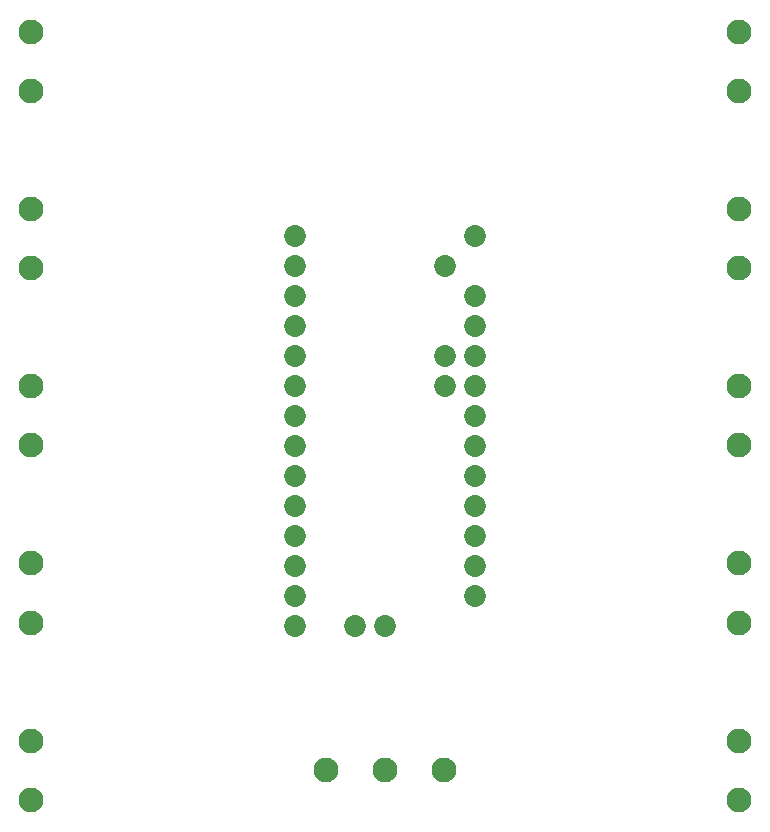
<source format=gbs>
G04 Layer: BottomSolderMaskLayer*
G04 EasyEDA v6.4.25, 2022-01-30T06:19:27+11:00*
G04 a67cddfb3fce44daa9051d46cbbcc19f,10*
G04 Gerber Generator version 0.2*
G04 Scale: 100 percent, Rotated: No, Reflected: No *
G04 Dimensions in millimeters *
G04 leading zeros omitted , absolute positions ,4 integer and 5 decimal *
%FSLAX45Y45*%
%MOMM*%

%ADD29C,2.1016*%
%ADD30C,1.8532*%

%LPD*%
D29*
G01*
X999997Y7250455D03*
G01*
X999997Y6749567D03*
D30*
G01*
X3237991Y5523992D03*
G01*
X3237991Y5269992D03*
G01*
X3237991Y5015992D03*
G01*
X3237991Y4761992D03*
G01*
X3745991Y2221992D03*
G01*
X3999991Y2221992D03*
G01*
X4761991Y5015992D03*
G01*
X4761991Y5523992D03*
G01*
X4507991Y5269992D03*
G01*
X4507991Y4253992D03*
G01*
X4761991Y3745992D03*
G01*
X4761991Y3491992D03*
G01*
X3237991Y4507992D03*
G01*
X3237991Y4253992D03*
G01*
X3237991Y3999992D03*
G01*
X3237991Y3745992D03*
G01*
X3237991Y3491992D03*
G01*
X3237991Y3237992D03*
G01*
X3237991Y2983992D03*
G01*
X3237991Y2729992D03*
G01*
X3237991Y2475992D03*
G01*
X3237991Y2221992D03*
G01*
X4761991Y2475992D03*
G01*
X4761991Y2729992D03*
G01*
X4761991Y2983992D03*
G01*
X4761991Y3237992D03*
G01*
X4761991Y3999992D03*
G01*
X4761991Y4253992D03*
G01*
X4761991Y4507992D03*
G01*
X4507991Y4507992D03*
G01*
X4761991Y4761992D03*
D29*
G01*
X999997Y5750432D03*
G01*
X999997Y5249545D03*
G01*
X999997Y4250436D03*
G01*
X999997Y3749547D03*
G01*
X999997Y2750438D03*
G01*
X999997Y2249551D03*
G01*
X999997Y1250442D03*
G01*
X999997Y749554D03*
G01*
X7000011Y6749542D03*
G01*
X7000011Y7250429D03*
G01*
X7000011Y5249545D03*
G01*
X7000011Y5750432D03*
G01*
X7000011Y3749547D03*
G01*
X7000011Y4250436D03*
G01*
X7000011Y2249551D03*
G01*
X7000011Y2750438D03*
G01*
X7000011Y749554D03*
G01*
X7000011Y1250442D03*
G01*
X3499993Y999997D03*
G01*
X4000118Y999997D03*
G01*
X4499990Y999997D03*
M02*

</source>
